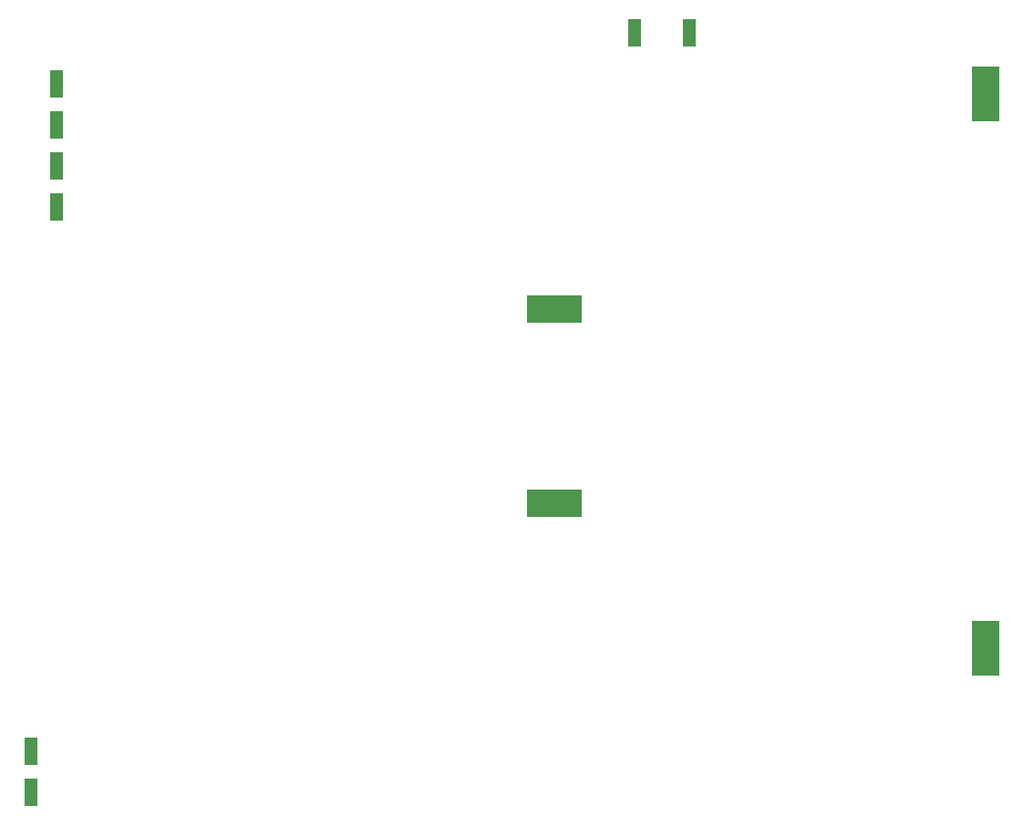
<source format=gbr>
G04 EAGLE Gerber RS-274X export*
G75*
%MOMM*%
%FSLAX34Y34*%
%LPD*%
%INSolderpaste Top*%
%IPPOS*%
%AMOC8*
5,1,8,0,0,1.08239X$1,22.5*%
G01*
%ADD10R,5.080000X2.540000*%
%ADD11R,2.540000X5.080000*%
%ADD12R,1.270000X2.540000*%


D10*
X700000Y300000D03*
D11*
X1100000Y680000D03*
X1100000Y165500D03*
D12*
X237490Y613410D03*
X237490Y575310D03*
X237490Y689610D03*
X237490Y651510D03*
X214000Y69100D03*
X214000Y31000D03*
D10*
X700000Y480000D03*
D12*
X774700Y736600D03*
X825500Y736600D03*
M02*

</source>
